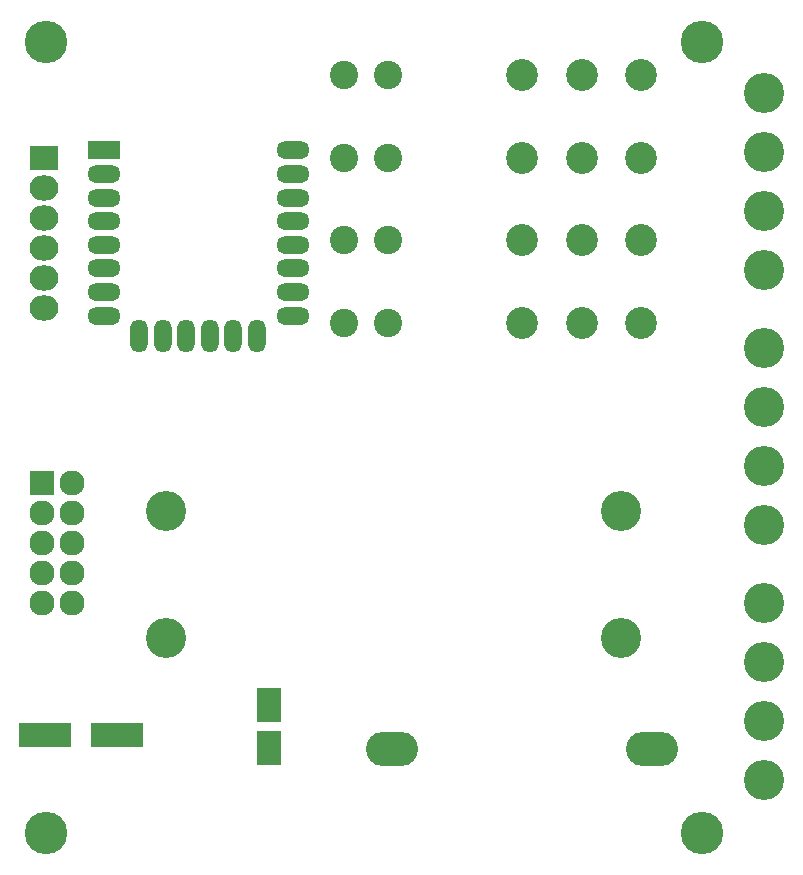
<source format=gts>
G04 #@! TF.FileFunction,Soldermask,Top*
%FSLAX46Y46*%
G04 Gerber Fmt 4.6, Leading zero omitted, Abs format (unit mm)*
G04 Created by KiCad (PCBNEW 4.0.2+e4-6225~38~ubuntu14.04.1-stable) date Sun 31 Jul 2016 09:36:03 AM CEST*
%MOMM*%
G01*
G04 APERTURE LIST*
%ADD10C,0.100000*%
%ADD11O,4.400500X2.899360*%
%ADD12R,2.432000X2.127200*%
%ADD13O,2.432000X2.127200*%
%ADD14O,1.500000X2.800000*%
%ADD15R,2.800000X1.500000*%
%ADD16O,2.800000X1.500000*%
%ADD17C,3.400000*%
%ADD18C,2.700000*%
%ADD19C,2.400000*%
%ADD20R,4.400500X2.000200*%
%ADD21R,2.000200X3.000960*%
%ADD22C,3.600000*%
%ADD23R,2.127200X2.127200*%
%ADD24O,2.127200X2.127200*%
G04 APERTURE END LIST*
D10*
D11*
X163781740Y-122809000D03*
X141780260Y-122809000D03*
D12*
X112268000Y-72771000D03*
D13*
X112268000Y-75311000D03*
X112268000Y-77851000D03*
X112268000Y-80391000D03*
X112268000Y-82931000D03*
X112268000Y-85471000D03*
D14*
X120338000Y-87886000D03*
X122338000Y-87886000D03*
X124338000Y-87886000D03*
X126338000Y-87886000D03*
X128338000Y-87886000D03*
X130338000Y-87886000D03*
D15*
X117348000Y-72136000D03*
D16*
X117348000Y-74136000D03*
X117348000Y-76136000D03*
X117348000Y-78136000D03*
X117348000Y-80136000D03*
X117348000Y-82136000D03*
X117348000Y-84136000D03*
X117348000Y-86136000D03*
X133348000Y-86136000D03*
X133348000Y-84136000D03*
X133348000Y-82136000D03*
X133348000Y-80136000D03*
X133348000Y-78136000D03*
X133348000Y-76136000D03*
X133348000Y-74136000D03*
X133348000Y-72136000D03*
D17*
X173230000Y-110476000D03*
X173230000Y-115476000D03*
X173230000Y-120476000D03*
X173230000Y-125476000D03*
X173230000Y-88886000D03*
X173230000Y-93886000D03*
X173230000Y-98886000D03*
X173230000Y-103886000D03*
X173230000Y-67296000D03*
X173230000Y-72296000D03*
X173230000Y-77296000D03*
X173230000Y-82296000D03*
X122663000Y-102661000D03*
X161163000Y-102661000D03*
X122663000Y-113411000D03*
X161163000Y-113411000D03*
D18*
X162868000Y-86741000D03*
X157828000Y-86741000D03*
X152788000Y-86741000D03*
D19*
X141448000Y-86741000D03*
X137668000Y-86741000D03*
D18*
X162868000Y-79756000D03*
X157828000Y-79756000D03*
X152788000Y-79756000D03*
D19*
X141448000Y-79756000D03*
X137668000Y-79756000D03*
D18*
X162868000Y-72771000D03*
X157828000Y-72771000D03*
X152788000Y-72771000D03*
D19*
X141448000Y-72771000D03*
X137668000Y-72771000D03*
D18*
X162868000Y-65786000D03*
X157828000Y-65786000D03*
X152788000Y-65786000D03*
D19*
X141448000Y-65786000D03*
X137668000Y-65786000D03*
D20*
X118493540Y-121666000D03*
X112392460Y-121666000D03*
D21*
X131318000Y-119103140D03*
X131318000Y-122704860D03*
D22*
X168000000Y-129928000D03*
X168000000Y-62928000D03*
X112500000Y-129928000D03*
X112500000Y-62928000D03*
D23*
X112141000Y-100330000D03*
D24*
X114681000Y-100330000D03*
X112141000Y-102870000D03*
X114681000Y-102870000D03*
X112141000Y-105410000D03*
X114681000Y-105410000D03*
X112141000Y-107950000D03*
X114681000Y-107950000D03*
X112141000Y-110490000D03*
X114681000Y-110490000D03*
M02*

</source>
